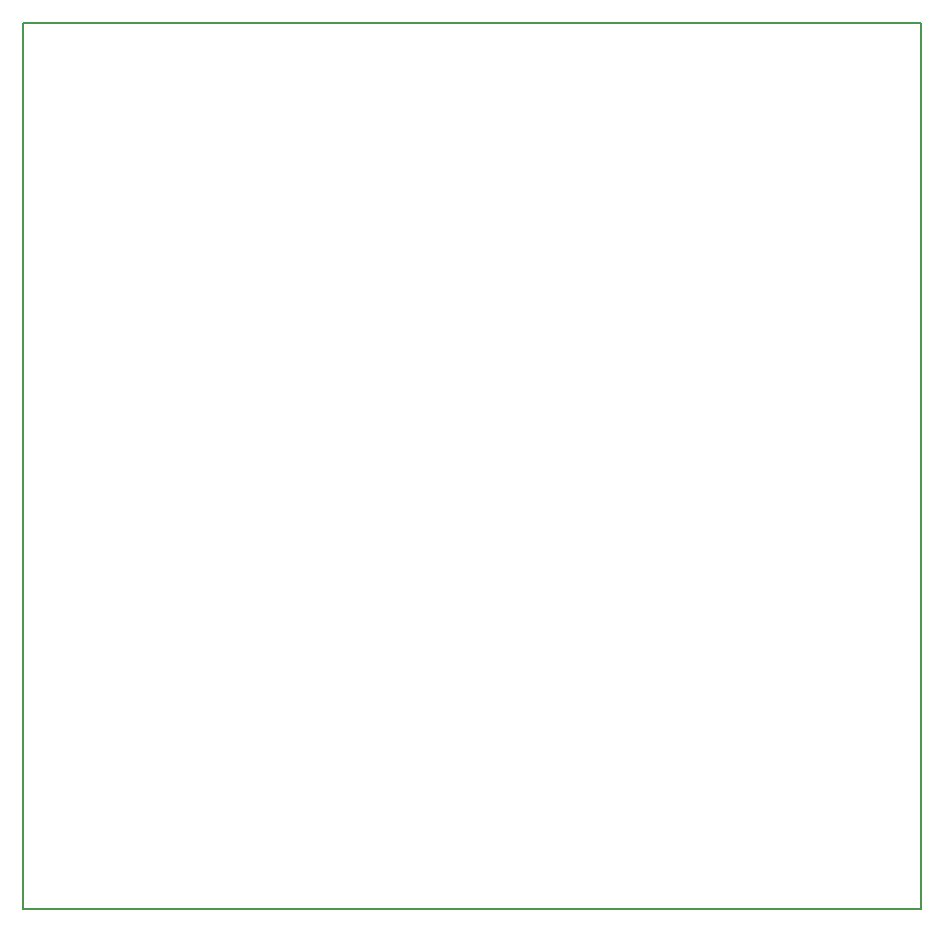
<source format=gbr>
G04 #@! TF.FileFunction,Profile,NP*
%FSLAX46Y46*%
G04 Gerber Fmt 4.6, Leading zero omitted, Abs format (unit mm)*
G04 Created by KiCad (PCBNEW 4.0.5) date 02/04/17 19:18:08*
%MOMM*%
%LPD*%
G01*
G04 APERTURE LIST*
%ADD10C,0.100000*%
%ADD11C,0.150000*%
G04 APERTURE END LIST*
D10*
D11*
X76000000Y0D02*
X76000000Y-75000000D01*
X0Y-75000000D02*
X0Y0D01*
X0Y-75000000D02*
X76000000Y-75000000D01*
X76000000Y0D02*
X0Y0D01*
M02*

</source>
